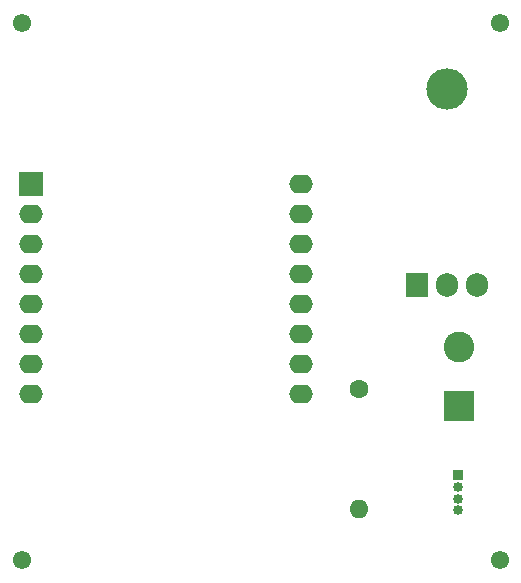
<source format=gbs>
%TF.GenerationSoftware,KiCad,Pcbnew,8.0.1*%
%TF.CreationDate,2024-04-11T07:46:26+08:00*%
%TF.ProjectId,input-nodes,696e7075-742d-46e6-9f64-65732e6b6963,rev?*%
%TF.SameCoordinates,Original*%
%TF.FileFunction,Soldermask,Bot*%
%TF.FilePolarity,Negative*%
%FSLAX46Y46*%
G04 Gerber Fmt 4.6, Leading zero omitted, Abs format (unit mm)*
G04 Created by KiCad (PCBNEW 8.0.1) date 2024-04-11 07:46:26*
%MOMM*%
%LPD*%
G01*
G04 APERTURE LIST*
%ADD10C,1.552000*%
%ADD11C,1.600000*%
%ADD12O,1.600000X1.600000*%
%ADD13O,3.500000X3.500000*%
%ADD14R,1.905000X2.000000*%
%ADD15O,1.905000X2.000000*%
%ADD16R,0.850000X0.850000*%
%ADD17O,0.850000X0.850000*%
%ADD18R,2.600000X2.600000*%
%ADD19C,2.600000*%
%ADD20R,2.000000X2.000000*%
%ADD21O,2.000000X1.600000*%
G04 APERTURE END LIST*
D10*
X133500000Y-120500000D03*
X93000000Y-120500000D03*
X133500000Y-75000000D03*
X93000000Y-75000000D03*
D11*
X121575000Y-106000000D03*
D12*
X121575000Y-116160000D03*
D13*
X129030000Y-80590000D03*
D14*
X126490000Y-97250000D03*
D15*
X129030000Y-97250000D03*
X131570000Y-97250000D03*
D16*
X129950000Y-113300000D03*
D17*
X129950000Y-114300000D03*
X129950000Y-115300000D03*
X129950000Y-116300000D03*
D18*
X130030000Y-107455000D03*
D19*
X130030000Y-102455000D03*
D20*
X93765000Y-88670000D03*
D21*
X93765000Y-91210000D03*
X93765000Y-93750000D03*
X93765000Y-96290000D03*
X93765000Y-98830000D03*
X93765000Y-101370000D03*
X93765000Y-103910000D03*
X93765000Y-106450000D03*
X116625000Y-106450000D03*
X116625000Y-103910000D03*
X116625000Y-101370000D03*
X116625000Y-98830000D03*
X116625000Y-96290000D03*
X116625000Y-93750000D03*
X116625000Y-91210000D03*
X116625000Y-88670000D03*
M02*

</source>
